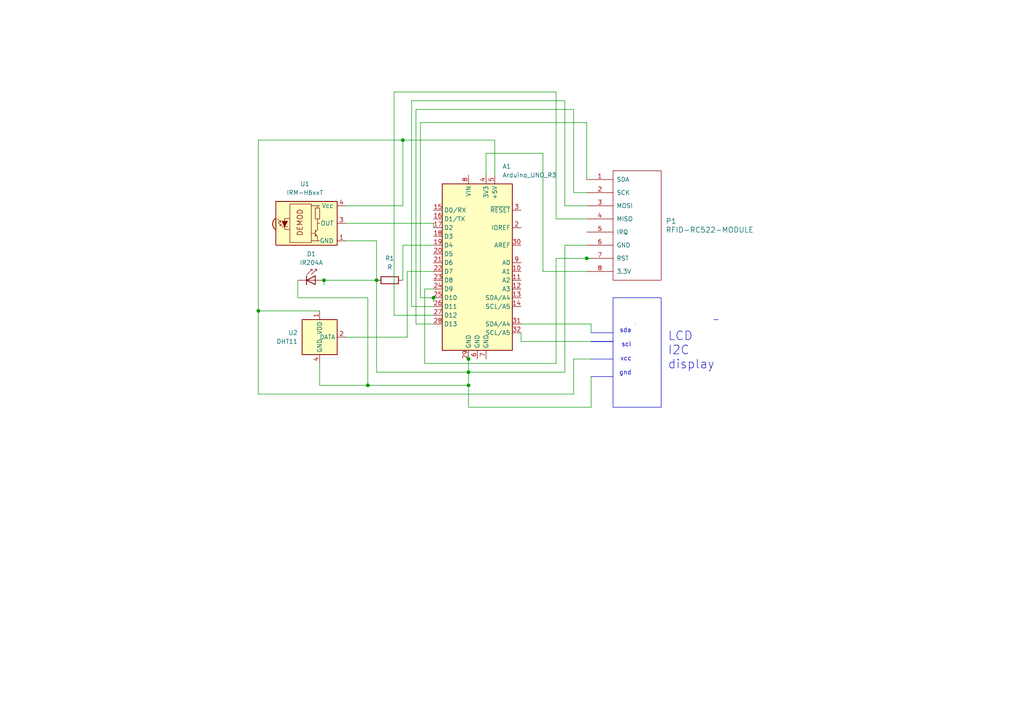
<source format=kicad_sch>
(kicad_sch (version 20231120) (generator "eeschema") (generator_version "8.0")
  (paper "A4")
  (lib_symbols
    (symbol "Device:R" (pin_numbers hide) (pin_names (offset 0))
      (property "Reference" "R" (at 2.032 0 90))
      (property "Value" "R" (at 0 0 90))
      (symbol "R_0_1"
        (rectangle (start -1.016 -2.54) (end 1.016 2.54) (stroke (width 0.254)))
      )
      (symbol "R_1_1"
        (pin passive line (at 0 3.81 270) (length 1.27) (name "~") (number "1"))
        (pin passive line (at 0 -3.81 90) (length 1.27) (name "~") (number "2"))
      )
    )
    (symbol "Interface_Optical:IRM-H6xxT" (pin_names (offset 1.016))
      (property "Reference" "U" (at -10.16 7.62 0))
      (property "Value" "IRM-H6xxT" (at -10.16 -7.62 0))
      (symbol "IRM-H6xxT_0_0"
        (arc (start -10.287 1.397) (mid -11.0899 -0.1852) (end -10.287 -1.778) (stroke (width 0.254)) (fill (type background)))
        (polyline (pts (xy 1.905 -5.08) (xy 0.127 -5.08)))
        (polyline (pts (xy 1.905 5.08) (xy 0.127 5.08)))
        (text "DEMOD" (at -3.175 0.254 900) (effects (font (size 1.524 1.524))))
      )
      (symbol "IRM-H6xxT_0_1"
        (rectangle (start -6.096 5.588) (end 0.127 -5.588))
        (polyline (pts (xy -8.763 0.381) (xy -9.652 1.27)))
        (polyline (pts (xy -8.763 0.381) (xy -9.271 0.381)))
        (polyline (pts (xy -8.763 0.381) (xy -8.763 0.889)))
        (polyline (pts (xy -8.636 -0.635) (xy -9.525 0.254)))
        (polyline (pts (xy -8.636 -0.635) (xy -9.144 -0.635)))
        (polyline (pts (xy -8.636 -0.635) (xy -8.636 -0.127)))
        (polyline (pts (xy -8.382 -1.016) (xy -6.731 -1.016)))
        (polyline (pts (xy 1.27 -2.921) (xy 0.127 -2.921)))
        (polyline (pts (xy 1.27 -1.905) (xy 1.27 -3.81)))
        (polyline (pts (xy 1.397 -3.556) (xy 1.524 -3.556)))
        (polyline (pts (xy 1.651 -3.556) (xy 1.524 -3.556)))
        (polyline (pts (xy 1.651 -3.556) (xy 1.651 -3.302)))
        (polyline (pts (xy 1.905 0) (xy 1.905 1.27)))
        (polyline (pts (xy 1.905 4.445) (xy 1.905 5.08) (xy 2.54 5.08)))
        (polyline (pts (xy -8.382 0.635) (xy -6.731 0.635) (xy -7.62 -1.016) (xy -8.382 0.635)) (fill (type outline)))
        (polyline (pts (xy -6.096 1.397) (xy -7.62 1.397) (xy -7.62 -1.778) (xy -6.096 -1.778)))
        (polyline (pts (xy 1.27 -3.175) (xy 1.905 -3.81) (xy 1.905 -5.08) (xy 2.54 -5.08)))
        (polyline (pts (xy 1.27 -2.54) (xy 1.905 -1.905) (xy 1.905 0) (xy 2.54 0)))
        (rectangle (start 2.54 1.27) (end 1.27 4.445))
        (rectangle (start 7.62 6.35) (end -10.16 -6.35) (stroke (width 0.254)) (fill (type background)))
      )
      (symbol "IRM-H6xxT_1_1"
        (pin power_in line (at 10.16 -5.08 180) (length 2.54) (name "GND") (number "1"))
        (pin passive line (at 10.16 -5.08 180) (length 2.54) hide (name "GND") (number "2"))
        (pin output line (at 10.16 0 180) (length 2.54) (name "OUT") (number "3"))
        (pin power_in line (at 10.16 5.08 180) (length 2.54) (name "Vcc") (number "4"))
      )
    )
    (symbol "LED:IR204A" (pin_numbers hide) (pin_names (offset 1.016) hide)
      (property "Reference" "D" (at 0.508 1.778 0))
      (property "Value" "IR204A" (at -1.016 -2.794 0))
      (symbol "IR204A_0_1"
        (polyline (pts (xy -2.54 1.27) (xy -2.54 -1.27)) (stroke (width 0.254)))
        (polyline (pts (xy 0 0) (xy -2.54 0)))
        (polyline (pts (xy 0.381 3.175) (xy -0.127 3.175)))
        (polyline (pts (xy -1.143 1.651) (xy 0.381 3.175) (xy 0.381 2.667)))
        (polyline (pts (xy 0 1.27) (xy -2.54 0) (xy 0 -1.27) (xy 0 1.27)) (stroke (width 0.254)))
        (polyline (pts (xy -2.413 1.651) (xy -0.889 3.175) (xy -0.889 2.667) (xy -0.889 3.175) (xy -1.397 3.175)))
      )
      (symbol "IR204A_1_1"
        (pin passive line (at -5.08 0 0) (length 2.54) (name "K") (number "1"))
        (pin passive line (at 2.54 0 180) (length 2.54) (name "A") (number "2"))
      )
    )
    (symbol "MCU_Module:Arduino_UNO_R3"
      (property "Reference" "A" (at -10.16 23.495 0))
      (property "Value" "Arduino_UNO_R3" (at 5.08 -26.67 0))
      (symbol "Arduino_UNO_R3_0_1"
        (rectangle (start -10.16 22.86) (end 10.16 -25.4) (stroke (width 0.254)) (fill (type background)))
      )
      (symbol "Arduino_UNO_R3_1_1"
        (pin no_connect line (at -10.16 -20.32 0) (length 2.54) hide (name "NC") (number "1"))
        (pin bidirectional line (at 12.7 -2.54 180) (length 2.54) (name "A1") (number "10"))
        (pin bidirectional line (at 12.7 -5.08 180) (length 2.54) (name "A2") (number "11"))
        (pin bidirectional line (at 12.7 -7.62 180) (length 2.54) (name "A3") (number "12"))
        (pin bidirectional line (at 12.7 -10.16 180) (length 2.54) (name "SDA/A4") (number "13"))
        (pin bidirectional line (at 12.7 -12.7 180) (length 2.54) (name "SCL/A5") (number "14"))
        (pin bidirectional line (at -12.7 15.24 0) (length 2.54) (name "D0/RX") (number "15"))
        (pin bidirectional line (at -12.7 12.7 0) (length 2.54) (name "D1/TX") (number "16"))
        (pin bidirectional line (at -12.7 10.16 0) (length 2.54) (name "D2") (number "17"))
        (pin bidirectional line (at -12.7 7.62 0) (length 2.54) (name "D3") (number "18"))
        (pin bidirectional line (at -12.7 5.08 0) (length 2.54) (name "D4") (number "19"))
        (pin output line (at 12.7 10.16 180) (length 2.54) (name "IOREF") (number "2"))
        (pin bidirectional line (at -12.7 2.54 0) (length 2.54) (name "D5") (number "20"))
        (pin bidirectional line (at -12.7 0 0) (length 2.54) (name "D6") (number "21"))
        (pin bidirectional line (at -12.7 -2.54 0) (length 2.54) (name "D7") (number "22"))
        (pin bidirectional line (at -12.7 -5.08 0) (length 2.54) (name "D8") (number "23"))
        (pin bidirectional line (at -12.7 -7.62 0) (length 2.54) (name "D9") (number "24"))
        (pin bidirectional line (at -12.7 -10.16 0) (length 2.54) (name "D10") (number "25"))
        (pin bidirectional line (at -12.7 -12.7 0) (length 2.54) (name "D11") (number "26"))
        (pin bidirectional line (at -12.7 -15.24 0) (length 2.54) (name "D12") (number "27"))
        (pin bidirectional line (at -12.7 -17.78 0) (length 2.54) (name "D13") (number "28"))
        (pin power_in line (at -2.54 -27.94 90) (length 2.54) (name "GND") (number "29"))
        (pin input line (at 12.7 15.24 180) (length 2.54) (name "~{RESET}") (number "3"))
        (pin input line (at 12.7 5.08 180) (length 2.54) (name "AREF") (number "30"))
        (pin bidirectional line (at 12.7 -17.78 180) (length 2.54) (name "SDA/A4") (number "31"))
        (pin bidirectional line (at 12.7 -20.32 180) (length 2.54) (name "SCL/A5") (number "32"))
        (pin power_out line (at 2.54 25.4 270) (length 2.54) (name "3V3") (number "4"))
        (pin power_out line (at 5.08 25.4 270) (length 2.54) (name "+5V") (number "5"))
        (pin power_in line (at 0 -27.94 90) (length 2.54) (name "GND") (number "6"))
        (pin power_in line (at 2.54 -27.94 90) (length 2.54) (name "GND") (number "7"))
        (pin power_in line (at -2.54 25.4 270) (length 2.54) (name "VIN") (number "8"))
        (pin bidirectional line (at 12.7 0 180) (length 2.54) (name "A0") (number "9"))
      )
    )
    (symbol "Sensor:DHT11"
      (property "Reference" "U" (at -3.81 6.35 0))
      (property "Value" "DHT11" (at 3.81 6.35 0))
      (symbol "DHT11_0_1"
        (rectangle (start -5.08 5.08) (end 5.08 -5.08) (stroke (width 0.254)) (fill (type background)))
      )
      (symbol "DHT11_1_1"
        (pin power_in line (at 0 7.62 270) (length 2.54) (name "VDD") (number "1"))
        (pin bidirectional line (at 7.62 0 180) (length 2.54) (name "DATA") (number "2"))
        (pin no_connect line (at -5.08 0 0) (length 2.54) hide (name "NC") (number "3"))
        (pin power_in line (at 0 -7.62 90) (length 2.54) (name "GND") (number "4"))
      )
    )
    (symbol "rc522:RFID-RC522-MODULE" (pin_names (offset 1.016))
      (property "Reference" "P" (at 0 1.27 0))
      (property "Value" "RFID-RC522-MODULE" (at -1.27 3.81 0))
      (symbol "RFID-RC522-MODULE_0_1"
        (rectangle (start -16.51 7.62) (end 15.24 -6.35))
      )
      (symbol "RFID-RC522-MODULE_1_1"
        (pin input line (at -13.97 -13.97 90) (length 7.62) (name "SDA") (number "1"))
        (pin input line (at -10.16 -13.97 90) (length 7.62) (name "SCK") (number "2"))
        (pin input line (at -6.35 -13.97 90) (length 7.62) (name "MOSI") (number "3"))
        (pin input line (at -2.54 -13.97 90) (length 7.62) (name "MISO") (number "4"))
        (pin input line (at 1.27 -13.97 90) (length 7.62) (name "IRQ") (number "5"))
        (pin input line (at 5.08 -13.97 90) (length 7.62) (name "GND") (number "6"))
        (pin input line (at 8.89 -13.97 90) (length 7.62) (name "RST") (number "7"))
        (pin input line (at 12.7 -13.97 90) (length 7.62) (name "3.3V") (number "8"))
      )
    )
  )
  (junction (at 135.89 111.76))
  (junction (at 116.84 40.64))
  (junction (at 135.89 104.14))
  (junction (at 109.22 81.28))
  (junction (at 74.93 90.17))
  (junction (at 125.73 86.36))
  (junction (at 135.89 107.95))
  (junction (at 93.98 81.28))
  (junction (at 106.68 111.76))
  (junction (at 170.18 74.93))
  (wire (pts (xy 170.18 63.5) (xy 161.29 63.5)))
  (wire (pts (xy 171.45 109.22) (xy 171.45 118.11)))
  (wire (pts (xy 109.22 69.85) (xy 109.22 81.28)))
  (wire (pts (xy 74.93 90.17) (xy 74.93 40.64)))
  (wire (pts (xy 135.89 102.87) (xy 135.89 104.14)))
  (wire (pts (xy 92.71 111.76) (xy 106.68 111.76)))
  (wire (pts (xy 106.68 111.76) (xy 135.89 111.76)))
  (wire (pts (xy 100.33 64.77) (xy 125.73 64.77)))
  (wire (pts (xy 120.65 31.75) (xy 120.65 93.98)))
  (wire (pts (xy 163.83 29.21) (xy 119.38 29.21)))
  (wire (pts (xy 119.38 88.9) (xy 125.73 88.9)))
  (wire (pts (xy 140.97 44.45) (xy 140.97 50.8)))
  (wire (pts (xy 116.84 59.69) (xy 116.84 40.64)))
  (wire (pts (xy 118.11 78.74) (xy 118.11 97.79)))
  (wire (pts (xy 125.73 78.74) (xy 118.11 78.74)))
  (wire (pts (xy 161.29 74.93) (xy 161.29 105.41)))
  (wire (pts (xy 125.73 64.77) (xy 125.73 66.04)))
  (wire (pts (xy 157.48 44.45) (xy 140.97 44.45)))
  (wire (pts (xy 125.73 71.12) (xy 116.84 71.12)))
  (wire (pts (xy 166.37 114.3) (xy 74.93 114.3)))
  (wire (pts (xy 135.89 118.11) (xy 135.89 111.76)))
  (wire (pts (xy 123.19 83.82) (xy 125.73 83.82)))
  (wire (pts (xy 166.37 31.75) (xy 120.65 31.75)))
  (wire (pts (xy 116.84 40.64) (xy 143.51 40.64)))
  (wire (pts (xy 171.45 93.98) (xy 151.13 93.98)))
  (wire (pts (xy 109.22 81.28) (xy 93.98 81.28)))
  (wire (pts (xy 74.93 114.3) (xy 74.93 90.17)))
  (wire (pts (xy 135.89 107.95) (xy 135.89 111.76)))
  (wire (pts (xy 100.33 97.79) (xy 118.11 97.79)))
  (wire (pts (xy 114.3 26.67) (xy 114.3 91.44)))
  (wire (pts (xy 170.18 59.69) (xy 163.83 59.69)))
  (wire (pts (xy 151.13 99.06) (xy 151.13 96.52)))
  (wire (pts (xy 143.51 40.64) (xy 143.51 50.8)))
  (wire (pts (xy 135.89 104.14) (xy 135.89 107.95)))
  (wire (pts (xy 166.37 104.14) (xy 166.37 114.3)))
  (wire (pts (xy 161.29 105.41) (xy 123.19 105.41)))
  (wire (pts (xy 170.18 74.93) (xy 161.29 74.93)))
  (wire (pts (xy 171.45 96.52) (xy 171.45 93.98)))
  (wire (pts (xy 163.83 71.12) (xy 163.83 107.95)))
  (wire (pts (xy 100.33 59.69) (xy 116.84 59.69)))
  (wire (pts (xy 123.19 105.41) (xy 123.19 83.82)))
  (wire (pts (xy 119.38 29.21) (xy 119.38 88.9)))
  (wire (pts (xy 116.84 71.12) (xy 116.84 81.28)))
  (wire (pts (xy 171.45 118.11) (xy 135.89 118.11)))
  (wire (pts (xy 120.65 93.98) (xy 125.73 93.98)))
  (wire (pts (xy 171.45 104.14) (xy 166.37 104.14)))
  (wire (pts (xy 100.33 69.85) (xy 109.22 69.85)))
  (wire (pts (xy 125.73 86.36) (xy 125.73 87.63)))
  (wire (pts (xy 93.98 81.28) (xy 93.98 82.55)))
  (wire (pts (xy 166.37 55.88) (xy 166.37 31.75)))
  (wire (pts (xy 86.36 86.36) (xy 106.68 86.36)))
  (wire (pts (xy 170.18 52.07) (xy 170.18 35.56)))
  (wire (pts (xy 92.71 90.17) (xy 74.93 90.17)))
  (wire (pts (xy 157.48 78.74) (xy 157.48 44.45)))
  (wire (pts (xy 121.92 35.56) (xy 121.92 86.36)))
  (wire (pts (xy 74.93 40.64) (xy 116.84 40.64)))
  (wire (pts (xy 161.29 63.5) (xy 161.29 26.67)))
  (wire (pts (xy 161.29 26.67) (xy 114.3 26.67)))
  (wire (pts (xy 170.18 35.56) (xy 121.92 35.56)))
  (wire (pts (xy 163.83 59.69) (xy 163.83 29.21)))
  (wire (pts (xy 170.18 55.88) (xy 166.37 55.88)))
  (wire (pts (xy 170.18 71.12) (xy 163.83 71.12)))
  (wire (pts (xy 135.89 107.95) (xy 163.83 107.95)))
  (wire (pts (xy 92.71 105.41) (xy 92.71 111.76)))
  (wire (pts (xy 109.22 81.28) (xy 109.22 107.95)))
  (wire (pts (xy 170.18 78.74) (xy 157.48 78.74)))
  (wire (pts (xy 109.22 107.95) (xy 135.89 107.95)))
  (wire (pts (xy 106.68 86.36) (xy 106.68 111.76)))
  (wire (pts (xy 171.45 74.93) (xy 170.18 74.93)))
  (wire (pts (xy 114.3 91.44) (xy 125.73 91.44)))
  (wire (pts (xy 171.45 99.06) (xy 151.13 99.06)))
  (wire (pts (xy 86.36 81.28) (xy 86.36 86.36)))
  (wire (pts (xy 121.92 86.36) (xy 125.73 86.36)))
  (rectangle (start 171.45 96.52) (end 177.8 96.52))
  (rectangle (start 207.01 92.71) (end 208.28 92.71))
  (rectangle (start 177.8 86.36) (end 191.77 118.11))
  (rectangle (start 171.45 109.22) (end 177.8 109.22))
  (rectangle (start 171.45 99.06) (end 177.8 99.06))
  (rectangle (start 171.45 99.06) (end 177.8 99.06))
  (rectangle (start 171.45 104.14) (end 177.8 104.14))
  (text_box "" (at 191.77 95.25 0) (size 0 0) (effects (font (size 0.0254 0.0254)) (justify left top)))
  (text_box "LCD I2C display" (at 191.77 93.98 0) (size 0 0) (effects (font (size 2.54 2.54)) (justify left top)))
  (text_box "sda\n\nscl\n\nvcc\n\ngnd" (at 184.15 93.98 0) (size 0 0) (effects (font (size 1.27 1.27)) (justify right top)))
  (symbol (lib_id "Device:R") (at 113.03 81.28 270) (unit 1)
    (property "Reference" "R1" (at 113.03 74.93 90))
    (property "Value" "R" (at 113.03 77.47 90))
    (property "Description" "Resistor" (effects (hide yes)))
  )
  (symbol (lib_id "LED:IR204A") (at 91.44 81.28 0) (unit 1)
    (property "Reference" "D1" (at 90.297 73.66 0))
    (property "Value" "IR204A" (at 90.297 76.2 0))
    (property "Footprint" "LED_THT:LED_D3.0mm_IRBlack" (effects (hide yes)))
    (property "Datasheet" "http://www.everlight.com/file/ProductFile/IR204-A.pdf" (effects (hide yes)))
    (property "Description" "Infrared LED , 3mm LED package" (effects (hide yes)))
  )
  (symbol (lib_id "MCU_Module:Arduino_UNO_R3") (at 138.43 76.2 0) (unit 1)
    (property "Reference" "A1" (at 145.7041 48.26 0) (effects (justify left)))
    (property "Value" "Arduino_UNO_R3" (at 145.7041 50.8 0) (effects (justify left)))
    (property "Footprint" "Module:Arduino_UNO_R3" (effects (hide yes)))
    (property "Datasheet" "https://www.arduino.cc/en/Main/arduinoBoardUno" (effects (hide yes)))
    (property "Description" "Arduino UNO Microcontroller Module, release 3" (effects (hide yes)))
  )
  (symbol (lib_id "rc522:RFID-RC522-MODULE") (at 184.15 66.04 270) (unit 1)
    (property "Reference" "P1" (at 193.04 64.1349 90) (effects (font (size 1.524 1.524)) (justify left)))
    (property "Value" "RFID-RC522-MODULE" (at 193.04 66.6749 90) (effects (font (size 1.524 1.524)) (justify left)))
  )
  (symbol (lib_id "Sensor:DHT11") (at 92.71 97.79 0) (unit 1)
    (property "Reference" "U2" (at 86.36 96.5199 0) (effects (justify right)))
    (property "Value" "DHT11" (at 86.36 99.0599 0) (effects (justify right)))
    (property "Footprint" "Sensor:Aosong_DHT11_5.5x12.0_P2.54mm" (effects (hide yes)))
    (property "Datasheet" "http://akizukidenshi.com/download/ds/aosong/DHT11.pdf" (effects (hide yes)))
    (property "Description" "3.3V to 5.5V, temperature and humidity module, DHT11" (effects (hide yes)))
  )
  (symbol (lib_id "Interface_Optical:IRM-H6xxT") (at 90.17 64.77 0) (unit 1)
    (property "Reference" "U1" (at 88.435 53.34 0))
    (property "Value" "IRM-H6xxT" (at 88.435 55.88 0))
    (property "Footprint" "OptoDevice:Everlight_IRM-H6xxT" (effects (hide yes)))
    (property "Datasheet" "https://en.everlight.com/wp-content/plugins/ItemRelationship/product_files/pdf/DMO-0000004-IRM-H6XX-TR2_Series_Datasheet_V4.pdf" (effects (hide yes)))
    (property "Description" "IR Receiver Modules for remote controls" (effects (hide yes)))
  )
)
</source>
